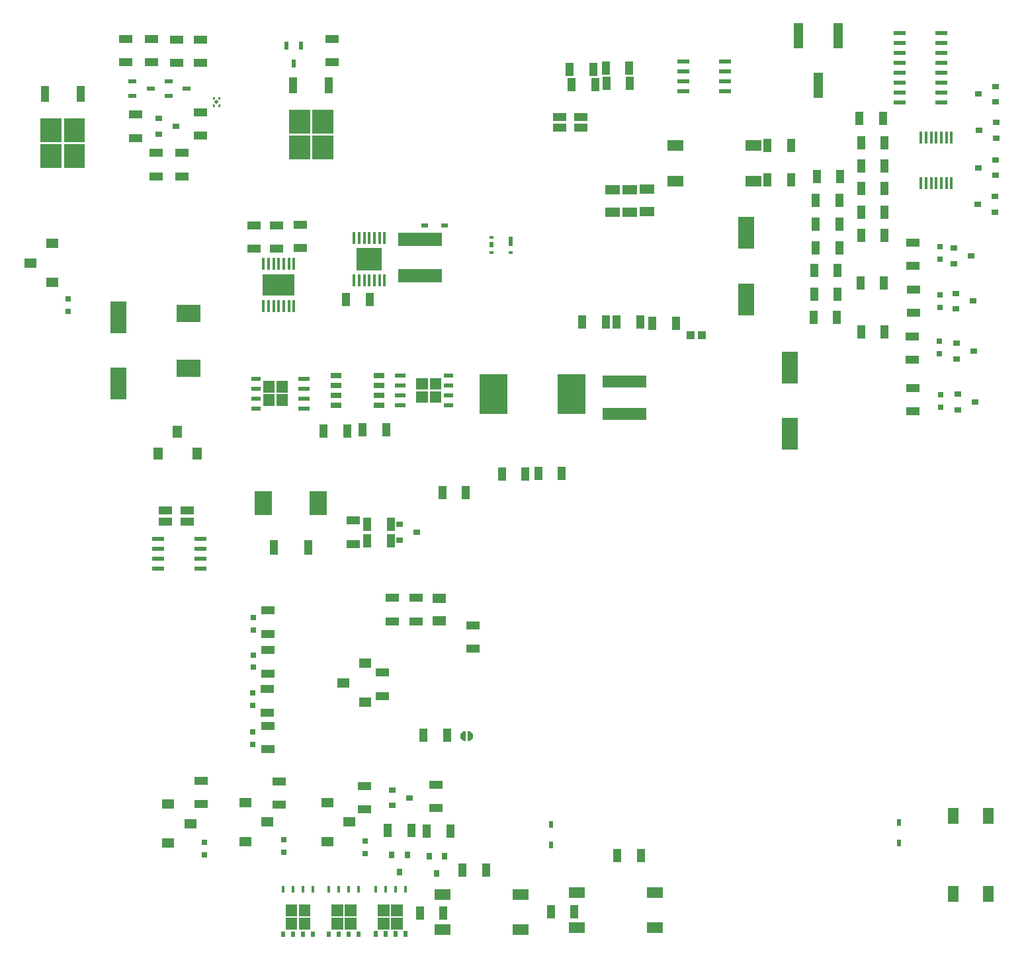
<source format=gtp>
G04*
G04 #@! TF.GenerationSoftware,Altium Limited,Altium Designer,22.2.1 (43)*
G04*
G04 Layer_Color=8421504*
%FSLAX25Y25*%
%MOIN*%
G70*
G04*
G04 #@! TF.SameCoordinates,5D24457F-3748-4EF7-84A7-D0A6444830B3*
G04*
G04*
G04 #@! TF.FilePolarity,Positive*
G04*
G01*
G75*
%ADD16R,0.04331X0.08268*%
%ADD17P,0.02506X4X360.0*%
%ADD18R,0.06299X0.04724*%
%ADD19R,0.04724X0.06299*%
%ADD20R,0.08268X0.05512*%
%ADD21R,0.03543X0.03150*%
%ADD22R,0.03937X0.02362*%
%ADD23R,0.01772X0.05906*%
%ADD24R,0.01772X0.06299*%
%ADD25R,0.12598X0.11221*%
%ADD26R,0.01772X0.06102*%
%ADD27R,0.16142X0.10827*%
%ADD28R,0.05906X0.02362*%
%ADD29R,0.06102X0.02362*%
%ADD30R,0.06299X0.02362*%
%ADD31R,0.05787X0.02559*%
%ADD32R,0.03937X0.07598*%
%ADD33R,0.01968X0.03347*%
%ADD34R,0.06890X0.04331*%
%ADD35R,0.04134X0.07087*%
%ADD36R,0.03937X0.03937*%
%ADD37R,0.04685X0.12992*%
%ADD38R,0.03150X0.03150*%
%ADD39R,0.22047X0.06496*%
%ADD40R,0.22441X0.07087*%
%ADD41R,0.13976X0.20079*%
%ADD42R,0.01575X0.03248*%
%ADD43R,0.01968X0.01575*%
%ADD44R,0.01968X0.05118*%
%ADD45R,0.01968X0.02953*%
%ADD46R,0.08661X0.12402*%
%ADD47R,0.07480X0.05118*%
%ADD48R,0.08268X0.16142*%
%ADD49R,0.07087X0.04724*%
%ADD50R,0.02362X0.03937*%
%ADD51R,0.12402X0.08661*%
%ADD52R,0.03347X0.01968*%
%ADD53R,0.03150X0.03543*%
%ADD54R,0.07087X0.04134*%
%ADD55R,0.05512X0.08268*%
G36*
X98153Y434050D02*
X98034D01*
X97326Y434759D01*
Y435625D01*
X98153D01*
Y434050D01*
D02*
G37*
G36*
X95594Y434759D02*
X94885Y434050D01*
X94767D01*
Y435625D01*
X95594D01*
Y434759D01*
D02*
G37*
G36*
X98153Y430507D02*
X97326D01*
Y431373D01*
X98034Y432082D01*
X98153D01*
Y430507D01*
D02*
G37*
G36*
X95594Y431373D02*
Y430507D01*
X94767D01*
Y432082D01*
X94885D01*
X95594Y431373D01*
D02*
G37*
G36*
X155318Y417318D02*
X144688D01*
Y429129D01*
X155318D01*
Y417318D01*
D02*
G37*
G36*
X143507D02*
X132877D01*
Y429129D01*
X143507D01*
Y417318D01*
D02*
G37*
G36*
X30121Y412987D02*
X19491D01*
Y424798D01*
X30121D01*
Y412987D01*
D02*
G37*
G36*
X18310D02*
X7680D01*
Y424798D01*
X18310D01*
Y412987D01*
D02*
G37*
G36*
X155318Y404326D02*
X144688D01*
Y416137D01*
X155318D01*
Y404326D01*
D02*
G37*
G36*
X143507D02*
X132877D01*
Y416137D01*
X143507D01*
Y404326D01*
D02*
G37*
G36*
X30121Y399995D02*
X19491D01*
Y411806D01*
X30121D01*
Y399995D01*
D02*
G37*
G36*
X18310D02*
X7680D01*
Y411806D01*
X18310D01*
Y399995D01*
D02*
G37*
G36*
X215554Y294168D02*
X210830D01*
Y296137D01*
X215554D01*
Y294168D01*
D02*
G37*
G36*
X191773Y294168D02*
X186261D01*
Y296137D01*
X191773D01*
Y294168D01*
D02*
G37*
G36*
X143312Y292593D02*
X137800D01*
Y294562D01*
X143312D01*
Y292593D01*
D02*
G37*
G36*
X118743Y292593D02*
X114019D01*
Y294562D01*
X118743D01*
Y292593D01*
D02*
G37*
G36*
X215554Y289168D02*
X210830D01*
Y291137D01*
X215554D01*
Y289168D01*
D02*
G37*
G36*
X191773Y289168D02*
X186261D01*
Y291137D01*
X191773D01*
Y289168D01*
D02*
G37*
G36*
X209747Y288046D02*
X203841D01*
Y293952D01*
X209747D01*
Y288046D01*
D02*
G37*
G36*
X203054D02*
X197149D01*
Y293952D01*
X203054D01*
Y288046D01*
D02*
G37*
G36*
X143312Y287593D02*
X137800D01*
Y289562D01*
X143312D01*
Y287593D01*
D02*
G37*
G36*
X118743Y287593D02*
X114019D01*
Y289562D01*
X118743D01*
Y287593D01*
D02*
G37*
G36*
X132424Y286471D02*
X126519D01*
Y292377D01*
X132424D01*
Y286471D01*
D02*
G37*
G36*
X125731D02*
X119826D01*
Y292377D01*
X125731D01*
Y286471D01*
D02*
G37*
G36*
X215554Y284168D02*
X210830D01*
Y286137D01*
X215554D01*
Y284168D01*
D02*
G37*
G36*
X191773Y284168D02*
X186261D01*
Y286137D01*
X191773D01*
Y284168D01*
D02*
G37*
G36*
X143312Y282593D02*
X137800D01*
Y284562D01*
X143312D01*
Y282593D01*
D02*
G37*
G36*
X118743Y282593D02*
X114019D01*
Y284562D01*
X118743D01*
Y282593D01*
D02*
G37*
G36*
X209747Y281353D02*
X203841D01*
Y287259D01*
X209747D01*
Y281353D01*
D02*
G37*
G36*
X203054D02*
X197149D01*
Y287259D01*
X203054D01*
Y281353D01*
D02*
G37*
G36*
X132424Y279779D02*
X126519D01*
Y285684D01*
X132424D01*
Y279779D01*
D02*
G37*
G36*
X125731D02*
X119826D01*
Y285684D01*
X125731D01*
Y279779D01*
D02*
G37*
G36*
X215554Y279168D02*
X210830D01*
Y281137D01*
X215554D01*
Y279168D01*
D02*
G37*
G36*
X191773Y279168D02*
X186261D01*
Y281137D01*
X191773D01*
Y279168D01*
D02*
G37*
G36*
X143312Y277593D02*
X137800D01*
Y279562D01*
X143312D01*
Y277593D01*
D02*
G37*
G36*
X118743Y277593D02*
X114019D01*
Y279562D01*
X118743D01*
Y277593D01*
D02*
G37*
G36*
X224186Y115748D02*
X225016Y115194D01*
X225570Y114364D01*
X225765Y113386D01*
X225570Y112407D01*
X225016Y111578D01*
X224186Y111023D01*
X223208Y110829D01*
X223005Y110869D01*
X223008Y110886D01*
Y115886D01*
X223010Y115903D01*
X223208Y115943D01*
X224186Y115748D01*
D02*
G37*
G36*
X222006Y115903D02*
X222008Y115886D01*
Y110886D01*
X222010Y110869D01*
X221808Y110829D01*
X220829Y111023D01*
X220000Y111578D01*
X219445Y112407D01*
X219251Y113386D01*
X219445Y114364D01*
X220000Y115194D01*
X220829Y115748D01*
X221808Y115943D01*
X222006Y115903D01*
D02*
G37*
G36*
X190386Y22483D02*
X184481D01*
Y28389D01*
X190386D01*
Y22483D01*
D02*
G37*
G36*
X183693D02*
X177788D01*
Y28389D01*
X183693D01*
Y22483D01*
D02*
G37*
G36*
X166929Y22459D02*
X161024D01*
Y28364D01*
X166929D01*
Y22459D01*
D02*
G37*
G36*
X160236D02*
X154331D01*
Y28364D01*
X160236D01*
Y22459D01*
D02*
G37*
G36*
X143792Y22459D02*
X137886D01*
Y28364D01*
X143792D01*
Y22459D01*
D02*
G37*
G36*
X137099D02*
X131193D01*
Y28364D01*
X137099D01*
Y22459D01*
D02*
G37*
G36*
X190386Y15790D02*
X184481D01*
Y21696D01*
X190386D01*
Y15790D01*
D02*
G37*
G36*
X183693D02*
X177788D01*
Y21696D01*
X183693D01*
Y15790D01*
D02*
G37*
G36*
X166929Y15766D02*
X161024D01*
Y21671D01*
X166929D01*
Y15766D01*
D02*
G37*
G36*
X160236D02*
X154331D01*
Y21671D01*
X160236D01*
Y15766D01*
D02*
G37*
G36*
X143792Y15766D02*
X137886D01*
Y21671D01*
X143792D01*
Y15766D01*
D02*
G37*
G36*
X137099D02*
X131193D01*
Y21671D01*
X137099D01*
Y15766D01*
D02*
G37*
G36*
X192571Y12050D02*
X190603D01*
Y15003D01*
X192571D01*
Y12050D01*
D02*
G37*
G36*
X187571D02*
X185603D01*
Y15003D01*
X187571D01*
Y12050D01*
D02*
G37*
G36*
X182571D02*
X180603D01*
Y15003D01*
X182571D01*
Y12050D01*
D02*
G37*
G36*
X177571D02*
X175603D01*
Y15003D01*
X177571D01*
Y12050D01*
D02*
G37*
G36*
X169114Y12026D02*
X167146D01*
Y14978D01*
X169114D01*
Y12026D01*
D02*
G37*
G36*
X164114D02*
X162146D01*
Y14978D01*
X164114D01*
Y12026D01*
D02*
G37*
G36*
X159114D02*
X157146D01*
Y14978D01*
X159114D01*
Y12026D01*
D02*
G37*
G36*
X154114D02*
X152146D01*
Y14978D01*
X154114D01*
Y12026D01*
D02*
G37*
G36*
X145977Y12026D02*
X144008D01*
Y14978D01*
X145977D01*
Y12026D01*
D02*
G37*
G36*
X140977D02*
X139008D01*
Y14978D01*
X140977D01*
Y12026D01*
D02*
G37*
G36*
X135977D02*
X134008D01*
Y14978D01*
X135977D01*
Y12026D01*
D02*
G37*
G36*
X130977D02*
X129008D01*
Y14978D01*
X130977D01*
Y12026D01*
D02*
G37*
D16*
X27877Y437200D02*
D03*
X9924D02*
D03*
X135121Y441530D02*
D03*
X153074D02*
D03*
D17*
X96460Y433066D02*
D03*
D18*
X72138Y59449D02*
D03*
Y79134D02*
D03*
X83162Y69291D02*
D03*
X2759Y351963D02*
D03*
X13782Y342121D02*
D03*
Y361806D02*
D03*
X122138Y70079D02*
D03*
X111114Y79921D02*
D03*
Y60236D02*
D03*
X163477Y70079D02*
D03*
X152453Y79921D02*
D03*
Y60236D02*
D03*
X160236Y140248D02*
D03*
X171260Y130406D02*
D03*
Y150091D02*
D03*
D19*
X76775Y266924D02*
D03*
X66932Y255901D02*
D03*
X86617D02*
D03*
D20*
X277953Y34449D02*
D03*
X317323D02*
D03*
X277953Y16732D02*
D03*
X317323D02*
D03*
X327562Y411019D02*
D03*
X366932D02*
D03*
X327562Y393302D02*
D03*
X366932D02*
D03*
X210236Y33465D02*
D03*
X249606D02*
D03*
X210236Y15748D02*
D03*
X249606D02*
D03*
D21*
X470082Y285822D02*
D03*
Y277948D02*
D03*
X478743Y281885D02*
D03*
X197247Y216137D02*
D03*
X188586Y212200D02*
D03*
Y220074D02*
D03*
X480712Y418893D02*
D03*
X489373Y422830D02*
D03*
Y414956D02*
D03*
X480318Y437003D02*
D03*
X488979Y440940D02*
D03*
Y433066D02*
D03*
Y396058D02*
D03*
Y403932D02*
D03*
X480318Y399995D02*
D03*
X185039Y86221D02*
D03*
Y78347D02*
D03*
X193701Y82284D02*
D03*
X476775Y355507D02*
D03*
X468113Y351570D02*
D03*
Y359444D02*
D03*
X477562Y332672D02*
D03*
X468901Y328735D02*
D03*
Y336609D02*
D03*
X477956Y307475D02*
D03*
X469294Y303538D02*
D03*
Y311412D02*
D03*
X75987Y420861D02*
D03*
X67326Y416924D02*
D03*
Y424798D02*
D03*
X488586Y377554D02*
D03*
Y385428D02*
D03*
X479924Y381491D02*
D03*
D22*
X72247Y443499D02*
D03*
Y436019D02*
D03*
X81302Y439759D02*
D03*
X63192D02*
D03*
X54137Y436019D02*
D03*
Y443499D02*
D03*
D23*
X451428Y415153D02*
D03*
X453987D02*
D03*
X456546D02*
D03*
X459105D02*
D03*
X461664D02*
D03*
X464223D02*
D03*
X466782D02*
D03*
Y392318D02*
D03*
X464223D02*
D03*
X461664D02*
D03*
X459105D02*
D03*
X456546D02*
D03*
X453987D02*
D03*
X451428D02*
D03*
D24*
X165751Y343302D02*
D03*
X168310D02*
D03*
X170869D02*
D03*
X173428D02*
D03*
X175987D02*
D03*
X178546D02*
D03*
X181105D02*
D03*
Y364562D02*
D03*
X178546D02*
D03*
X175987D02*
D03*
X173428D02*
D03*
X170869D02*
D03*
X168310D02*
D03*
X165751D02*
D03*
D25*
X173428Y353932D02*
D03*
D26*
X120082Y330310D02*
D03*
X122641D02*
D03*
X125200D02*
D03*
X127759D02*
D03*
X130318D02*
D03*
X132877D02*
D03*
X135436D02*
D03*
Y351570D02*
D03*
X132877D02*
D03*
X130318D02*
D03*
X127759D02*
D03*
X125200D02*
D03*
X122641D02*
D03*
X120082D02*
D03*
D27*
X127759Y340940D02*
D03*
D28*
X352562Y438558D02*
D03*
Y443558D02*
D03*
Y448558D02*
D03*
Y453558D02*
D03*
X331696D02*
D03*
Y448558D02*
D03*
Y443558D02*
D03*
Y438558D02*
D03*
D29*
X88192Y197751D02*
D03*
Y202751D02*
D03*
Y207751D02*
D03*
Y212751D02*
D03*
X66932D02*
D03*
Y207751D02*
D03*
Y202751D02*
D03*
Y197751D02*
D03*
D30*
X461814Y467889D02*
D03*
Y462889D02*
D03*
Y457889D02*
D03*
Y452889D02*
D03*
Y447889D02*
D03*
Y442889D02*
D03*
Y437889D02*
D03*
Y432889D02*
D03*
X440554D02*
D03*
Y437889D02*
D03*
Y442889D02*
D03*
Y447889D02*
D03*
Y452889D02*
D03*
Y457889D02*
D03*
Y462889D02*
D03*
Y467889D02*
D03*
D31*
X178349Y280153D02*
D03*
Y285153D02*
D03*
Y290153D02*
D03*
Y295152D02*
D03*
X156578D02*
D03*
Y290153D02*
D03*
Y285153D02*
D03*
Y280153D02*
D03*
D32*
X142562Y208656D02*
D03*
X125160D02*
D03*
D33*
X264961Y58661D02*
D03*
Y68898D02*
D03*
X440158Y69685D02*
D03*
Y59449D02*
D03*
D34*
X81499Y227005D02*
D03*
X70672Y221494D02*
D03*
X81499D02*
D03*
X70672Y227005D02*
D03*
X269291Y420079D02*
D03*
X280118Y425591D02*
D03*
X269291D02*
D03*
X280118Y420079D02*
D03*
D35*
X410239Y359444D02*
D03*
X398428D02*
D03*
X194488Y65748D02*
D03*
X182677D02*
D03*
X202362Y65354D02*
D03*
X214173D02*
D03*
X184255Y220074D02*
D03*
X172444D02*
D03*
X184255Y211806D02*
D03*
X172444D02*
D03*
X212598Y113779D02*
D03*
X200787D02*
D03*
X161814Y333460D02*
D03*
X173625D02*
D03*
X150397Y267318D02*
D03*
X162208D02*
D03*
X170082Y267711D02*
D03*
X181893D02*
D03*
X409058Y324404D02*
D03*
X397247D02*
D03*
X421263Y377554D02*
D03*
X433074D02*
D03*
X397641Y336215D02*
D03*
X409452D02*
D03*
X420475Y424798D02*
D03*
X432286D02*
D03*
X280712Y322042D02*
D03*
X292523D02*
D03*
X298034D02*
D03*
X309845D02*
D03*
X316145Y321649D02*
D03*
X327956D02*
D03*
X374019Y393696D02*
D03*
X385830D02*
D03*
X374019Y411019D02*
D03*
X385830D02*
D03*
X421263Y365743D02*
D03*
X433074D02*
D03*
X433074Y400782D02*
D03*
X421263D02*
D03*
X433074Y317318D02*
D03*
X421263D02*
D03*
X421263Y389365D02*
D03*
X433074D02*
D03*
X397641Y348026D02*
D03*
X409452D02*
D03*
X420869Y341727D02*
D03*
X432680D02*
D03*
X287247Y441732D02*
D03*
X275436D02*
D03*
X292913Y442520D02*
D03*
X304724D02*
D03*
X286221Y449606D02*
D03*
X274410D02*
D03*
X292520Y450000D02*
D03*
X304331D02*
D03*
X210236Y236221D02*
D03*
X222047D02*
D03*
X258661Y245669D02*
D03*
X270472D02*
D03*
X232283Y45669D02*
D03*
X220472D02*
D03*
X198819Y24016D02*
D03*
X210630D02*
D03*
X310236Y53150D02*
D03*
X298425D02*
D03*
X264961Y24946D02*
D03*
X276772D02*
D03*
X251972Y245664D02*
D03*
X240160D02*
D03*
X398822Y395664D02*
D03*
X410633D02*
D03*
X421263Y412593D02*
D03*
X433074D02*
D03*
X410239Y383460D02*
D03*
X398428D02*
D03*
X410239Y371649D02*
D03*
X398428D02*
D03*
D36*
X335236Y315354D02*
D03*
X341142D02*
D03*
D37*
X399609Y441334D02*
D03*
X409609Y466530D02*
D03*
X389609D02*
D03*
D38*
X461420Y285428D02*
D03*
Y279129D02*
D03*
X21656Y333853D02*
D03*
Y327554D02*
D03*
X461027Y329522D02*
D03*
Y335822D02*
D03*
X460633Y306294D02*
D03*
Y312593D02*
D03*
X461027Y353932D02*
D03*
Y360231D02*
D03*
X90158Y53543D02*
D03*
Y59842D02*
D03*
X114567Y115354D02*
D03*
Y109055D02*
D03*
X130315Y54724D02*
D03*
Y61024D02*
D03*
X171260Y54331D02*
D03*
Y60630D02*
D03*
X114567Y135039D02*
D03*
Y128740D02*
D03*
X114961Y148031D02*
D03*
Y154331D02*
D03*
Y173228D02*
D03*
Y166929D02*
D03*
D39*
X301969Y292028D02*
D03*
Y275689D02*
D03*
D40*
X198822Y345664D02*
D03*
Y363774D02*
D03*
D41*
X275200Y285822D02*
D03*
X235830D02*
D03*
D42*
X176587Y36220D02*
D03*
X181587D02*
D03*
X186587D02*
D03*
X191587D02*
D03*
X144992Y36196D02*
D03*
X139992D02*
D03*
X134992D02*
D03*
X129992D02*
D03*
X168130Y36196D02*
D03*
X163130D02*
D03*
X158130D02*
D03*
X153130D02*
D03*
D43*
X235042Y364759D02*
D03*
Y357278D02*
D03*
X244491D02*
D03*
D44*
Y362987D02*
D03*
D45*
X235042Y361019D02*
D03*
D46*
X120082Y230704D02*
D03*
X147641D02*
D03*
D47*
X313389Y377751D02*
D03*
Y389168D02*
D03*
X304727Y377554D02*
D03*
Y388971D02*
D03*
X296066Y377357D02*
D03*
Y388774D02*
D03*
D48*
X363389Y333656D02*
D03*
Y367121D02*
D03*
X46853Y324601D02*
D03*
Y291137D02*
D03*
X385433Y299213D02*
D03*
Y265748D02*
D03*
D49*
X208664Y171452D02*
D03*
Y182869D02*
D03*
D50*
X135239Y452357D02*
D03*
X131499Y461412D02*
D03*
X138979D02*
D03*
D51*
X82286Y326373D02*
D03*
Y298814D02*
D03*
D52*
X211420Y370861D02*
D03*
X201184D02*
D03*
D53*
X188583Y44882D02*
D03*
X184646Y53543D02*
D03*
X192520D02*
D03*
X207480Y44094D02*
D03*
X203543Y52756D02*
D03*
X211417D02*
D03*
D54*
X207087Y88976D02*
D03*
Y77165D02*
D03*
X225590Y157480D02*
D03*
Y169291D02*
D03*
X165354Y222047D02*
D03*
Y210236D02*
D03*
X154727Y453145D02*
D03*
Y464956D02*
D03*
X63783D02*
D03*
Y453145D02*
D03*
X50790Y464956D02*
D03*
Y453145D02*
D03*
X55515Y426767D02*
D03*
Y414956D02*
D03*
X76381Y452751D02*
D03*
Y464562D02*
D03*
X88192Y452751D02*
D03*
Y464562D02*
D03*
Y427948D02*
D03*
Y416137D02*
D03*
X66145Y407475D02*
D03*
Y395664D02*
D03*
X79137Y407475D02*
D03*
Y395664D02*
D03*
X196853Y183066D02*
D03*
Y171255D02*
D03*
X185042D02*
D03*
Y183066D02*
D03*
X115357Y370861D02*
D03*
Y359050D02*
D03*
X126775Y370861D02*
D03*
Y359050D02*
D03*
X138586Y359483D02*
D03*
Y371294D02*
D03*
X447247Y350389D02*
D03*
Y362200D02*
D03*
X447641Y338578D02*
D03*
Y326767D02*
D03*
X446853Y314956D02*
D03*
Y303145D02*
D03*
X88583Y79134D02*
D03*
Y90945D02*
D03*
X122441Y118504D02*
D03*
Y106693D02*
D03*
X127953Y78740D02*
D03*
Y90551D02*
D03*
X170866Y76378D02*
D03*
Y88189D02*
D03*
X122047Y137008D02*
D03*
Y125197D02*
D03*
X122441Y144882D02*
D03*
Y156693D02*
D03*
Y176772D02*
D03*
Y164961D02*
D03*
X179921Y145472D02*
D03*
Y133661D02*
D03*
X447247Y288971D02*
D03*
Y277160D02*
D03*
D55*
X467520Y33858D02*
D03*
Y73228D02*
D03*
X485236Y33858D02*
D03*
Y73228D02*
D03*
M02*

</source>
